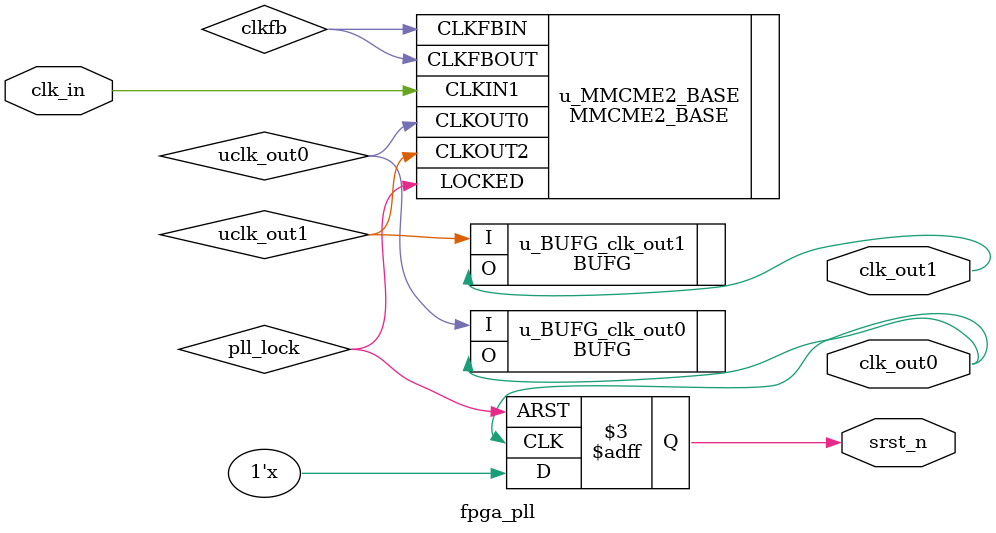
<source format=sv>

module fpga_pll (
   input  logic clk_in,   // 100MHz

   output logic srst_n,
   output logic clk_out0, // 228MHz
   output logic clk_out1  // 200MHz (for IDELAY REFCLK)
);

   logic pll_lock;
   logic clkfb;
   logic srst_n_pipe;
   logic uclk_out0;
   logic uclk_out1;

   MMCME2_BASE #(
     .BANDWIDTH       ("OPTIMIZED"), // Jitter programming (OPTIMIZED, HIGH, LOW)
     .DIVCLK_DIVIDE   (5),           // Master division value (1-106)
     .CLKFBOUT_MULT_F (49.875),      // Multiply value for all CLKOUT (2.000-64.000)
     .CLKFBOUT_PHASE  (0.0),         // Phase offset in degrees of CLKFB (-360.000-360.000)
     .CLKIN1_PERIOD   (10.000),      // Input clock period in ns to ps resolution (i.e. 33.333 is 30 MHz)
                                     // VCO range(400MHz to 1080MHz) = CLKFBOUT_MULT_F/(CLKIN1_PERIOD*DIVCLK_DIVIDE)
      
     // CLKOUT0_DIVIDE - CLKOUT6_DIVIDE: Divide amount for each CLKOUT (1-128)
     .CLKOUT0_DIVIDE_F(4.375),    // Divide amount for CLKOUT0 (1.000-128.000)
     .CLKOUT1_DIVIDE  (1),
     .CLKOUT2_DIVIDE  (5),
     .CLKOUT3_DIVIDE  (1),
     .CLKOUT4_DIVIDE  (1),
     .CLKOUT5_DIVIDE  (1),
     .CLKOUT6_DIVIDE  (1),
      
     // CLKOUT0_DUTY_CYCLE - CLKOUT6_DUTY_CYCLE: Duty cycle for each CLKOUT (0.01-0.99)
     .CLKOUT0_DUTY_CYCLE (0.5),
     .CLKOUT1_DUTY_CYCLE (0.5),
     .CLKOUT2_DUTY_CYCLE (0.5),
     .CLKOUT3_DUTY_CYCLE (0.5),
     .CLKOUT4_DUTY_CYCLE (0.5),
     .CLKOUT5_DUTY_CYCLE (0.5),
     .CLKOUT6_DUTY_CYCLE (0.5),
      
     // CLKOUT0_PHASE - CLKOUT6_PHASE: Phase offset for each CLKOUT (-360.000-360.000)
     .CLKOUT0_PHASE      (0.0),
     .CLKOUT1_PHASE      (0.0),
     .CLKOUT2_PHASE      (0.0),
     .CLKOUT3_PHASE      (0.0),
     .CLKOUT4_PHASE      (0.0),
     .CLKOUT5_PHASE      (0.0),
     .CLKOUT6_PHASE      (0.0),
             
     .CLKOUT4_CASCADE("FALSE"),    // Cascade CLKOUT4 counter with CLKOUT6 (FALSE, TRUE)
     .REF_JITTER1        (0.0),    // Reference input jitter in UI (0.000-0.999)
     .STARTUP_WAIT       ("FALSE") // Delays DONE until MMCM is locked (FALSE, TRUE)
   ) 
   u_MMCME2_BASE (
     .CLKOUT0   (uclk_out0),       // 1-bit output: CLKOUT0
     .CLKOUT2   (uclk_out1),       // 1-bit output: CLKOUT2
     .CLKFBOUT  (clkfb),           // 1-bit output: Feedback clock
     .LOCKED    (pll_lock),        // 1-bit output: LOCK
     .CLKIN1    (clk_in),          // 1-bit input: Clock
     .CLKFBIN   (clkfb)            // 1-bit input: Feedback clock
   );


//----------------------------------------------
// Clock buffers
//----------------------------------------------
   BUFG u_BUFG_clk_out0 (
     .I(uclk_out0),
     .O(clk_out0)
   );
   
   BUFG u_BUFG_clk_out1 (
     .I(uclk_out1),
     .O(clk_out1)
   );

//----------------------------------------------
// Reset synchronizer
//----------------------------------------------
   always_ff @(posedge clk_out0 or negedge pll_lock) begin
      if (pll_lock == 1'b0) begin
         srst_n_pipe <= 1'b0;
         srst_n      <= 1'b0;
      end 
      else begin
         srst_n_pipe <= {srst_n_pipe[1:0], 1'b1};
         srst_n      <= srst_n_pipe[2];
      end
   end
        
endmodule: fpga_pll

</source>
